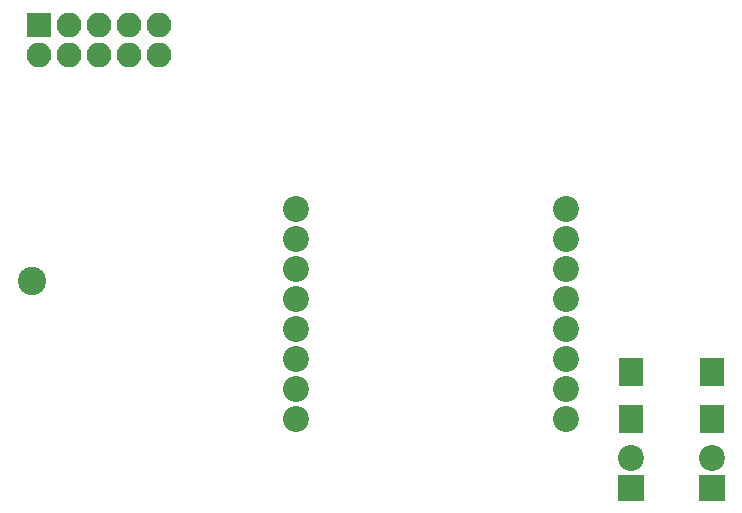
<source format=gbr>
G04 #@! TF.FileFunction,Soldermask,Top*
%FSLAX46Y46*%
G04 Gerber Fmt 4.6, Leading zero omitted, Abs format (unit mm)*
G04 Created by KiCad (PCBNEW 4.0.7-e2-6376~61~ubuntu18.04.1) date Mon Dec  9 13:49:04 2019*
%MOMM*%
%LPD*%
G01*
G04 APERTURE LIST*
%ADD10C,0.100000*%
%ADD11R,2.100000X2.100000*%
%ADD12O,2.100000X2.100000*%
%ADD13R,2.200000X2.200000*%
%ADD14C,2.200000*%
%ADD15C,2.398980*%
%ADD16R,2.100000X2.400000*%
G04 APERTURE END LIST*
D10*
D11*
X51511200Y-35915600D03*
D12*
X51511200Y-38455600D03*
X54051200Y-35915600D03*
X54051200Y-38455600D03*
X56591200Y-35915600D03*
X56591200Y-38455600D03*
X59131200Y-35915600D03*
X59131200Y-38455600D03*
X61671200Y-35915600D03*
X61671200Y-38455600D03*
D13*
X108458000Y-75133200D03*
D14*
X108458000Y-72593200D03*
D13*
X101650800Y-75133200D03*
D14*
X101650800Y-72593200D03*
D15*
X50901600Y-57607200D03*
D14*
X73240900Y-51562000D03*
X73240900Y-54102000D03*
X73240900Y-56642000D03*
X73240900Y-59182000D03*
X73240900Y-61722000D03*
X73240900Y-64262000D03*
X73240900Y-66802000D03*
X73240900Y-69342000D03*
X96100900Y-69342000D03*
X96100900Y-66802000D03*
X96100900Y-64262000D03*
X96100900Y-61722000D03*
X96100900Y-59182000D03*
X96100900Y-56642000D03*
X96100900Y-54102000D03*
X96100900Y-51562000D03*
D16*
X108458000Y-69310000D03*
X108458000Y-65310000D03*
X101650800Y-69310000D03*
X101650800Y-65310000D03*
M02*

</source>
